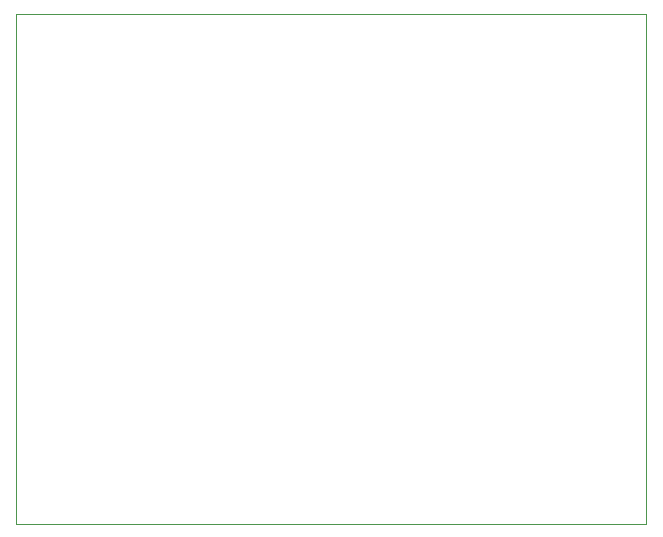
<source format=gbr>
%TF.GenerationSoftware,KiCad,Pcbnew,(6.0.7)*%
%TF.CreationDate,2022-11-27T11:05:52+01:00*%
%TF.ProjectId,RF24_esp8266_tft,52463234-5f65-4737-9038-3236365f7466,rev?*%
%TF.SameCoordinates,Original*%
%TF.FileFunction,Profile,NP*%
%FSLAX46Y46*%
G04 Gerber Fmt 4.6, Leading zero omitted, Abs format (unit mm)*
G04 Created by KiCad (PCBNEW (6.0.7)) date 2022-11-27 11:05:52*
%MOMM*%
%LPD*%
G01*
G04 APERTURE LIST*
%TA.AperFunction,Profile*%
%ADD10C,0.100000*%
%TD*%
G04 APERTURE END LIST*
D10*
X176530000Y-115570000D02*
X123190000Y-115570000D01*
X176530000Y-72390000D02*
X176530000Y-115570000D01*
X123190000Y-72390000D02*
X176530000Y-72390000D01*
X123190000Y-115570000D02*
X123190000Y-72390000D01*
M02*

</source>
